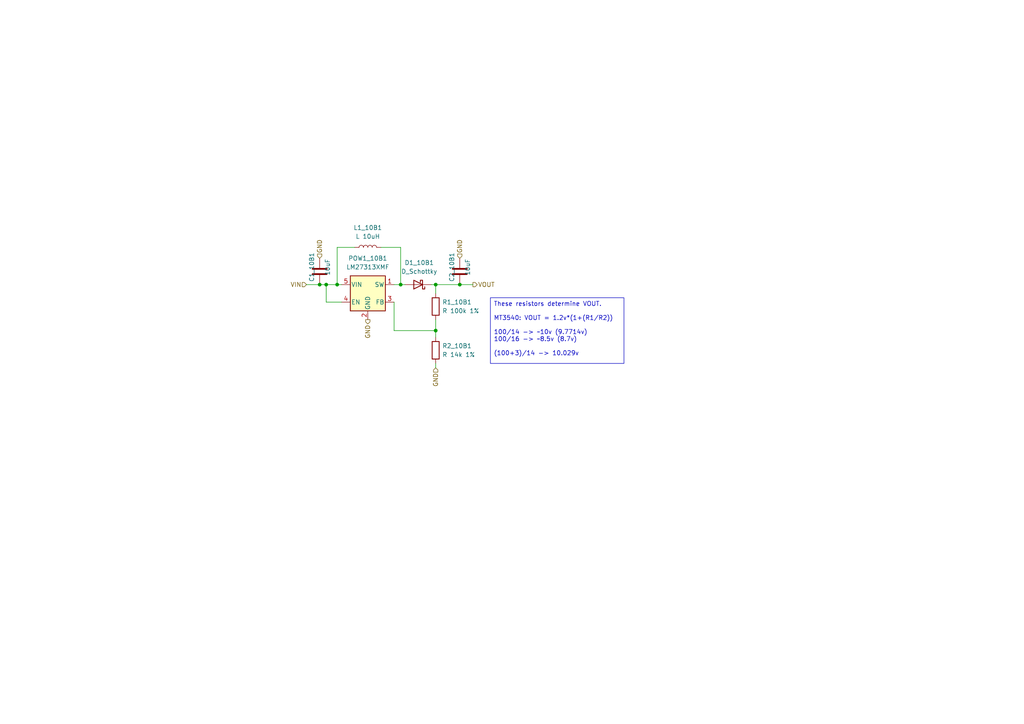
<source format=kicad_sch>
(kicad_sch (version 20231120) (generator "eeschema") (generator_version "8.0")
  (paper "A4")
  (lib_symbols
    (symbol "Device:C" (pin_numbers hide) (pin_names (offset 0.254))
      (property "Reference" "C" (at 0.635 2.54 0))
      (property "Value" "C" (at 0.635 -2.54 0))
      (symbol "C_0_1"
        (polyline (pts (xy -2.032 -0.762) (xy 2.032 -0.762)) (stroke (width 0.508)))
        (polyline (pts (xy -2.032 0.762) (xy 2.032 0.762)) (stroke (width 0.508)))
      )
      (symbol "C_1_1"
        (pin passive line (at 0 3.81 270) (length 2.794) (name "~") (number "1"))
        (pin passive line (at 0 -3.81 90) (length 2.794) (name "~") (number "2"))
      )
    )
    (symbol "Device:D_Schottky" (pin_numbers hide) (pin_names (offset 1.016) hide)
      (property "Reference" "D" (at 0 2.54 0))
      (property "Value" "D_Schottky" (at 0 -2.54 0))
      (symbol "D_Schottky_0_1"
        (polyline (pts (xy 1.27 0) (xy -1.27 0)))
        (polyline (pts (xy 1.27 1.27) (xy 1.27 -1.27) (xy -1.27 0) (xy 1.27 1.27)) (stroke (width 0.254)))
        (polyline (pts (xy -1.905 0.635) (xy -1.905 1.27) (xy -1.27 1.27) (xy -1.27 -1.27) (xy -0.635 -1.27) (xy -0.635 -0.635)) (stroke (width 0.254)))
      )
      (symbol "D_Schottky_1_1"
        (pin passive line (at -3.81 0 0) (length 2.54) (name "K") (number "1"))
        (pin passive line (at 3.81 0 180) (length 2.54) (name "A") (number "2"))
      )
    )
    (symbol "Device:L" (pin_numbers hide) (pin_names (offset 1.016) hide)
      (property "Reference" "L" (at -1.27 0 90))
      (property "Value" "L" (at 1.905 0 90))
      (symbol "L_0_1"
        (arc (start 0 -2.54) (mid 0.6323 -1.905) (end 0 -1.27))
        (arc (start 0 -1.27) (mid 0.6323 -0.635) (end 0 0))
        (arc (start 0 0) (mid 0.6323 0.635) (end 0 1.27))
        (arc (start 0 1.27) (mid 0.6323 1.905) (end 0 2.54))
      )
      (symbol "L_1_1"
        (pin passive line (at 0 3.81 270) (length 1.27) (name "1") (number "1"))
        (pin passive line (at 0 -3.81 90) (length 1.27) (name "2") (number "2"))
      )
    )
    (symbol "Device:R" (pin_numbers hide) (pin_names (offset 0))
      (property "Reference" "R" (at 2.032 0 90))
      (property "Value" "R" (at 0 0 90))
      (symbol "R_0_1"
        (rectangle (start -1.016 -2.54) (end 1.016 2.54) (stroke (width 0.254)))
      )
      (symbol "R_1_1"
        (pin passive line (at 0 3.81 270) (length 1.27) (name "~") (number "1"))
        (pin passive line (at 0 -3.81 90) (length 1.27) (name "~") (number "2"))
      )
    )
    (symbol "Regulator_Switching:LM27313XMF" (pin_names (offset 0.254))
      (property "Reference" "U" (at -5.08 6.35 0))
      (property "Value" "LM27313XMF" (at 0 6.35 0))
      (symbol "LM27313XMF_0_1"
        (rectangle (start -5.08 5.08) (end 5.08 -5.08) (stroke (width 0.254)) (fill (type background)))
      )
      (symbol "LM27313XMF_1_1"
        (pin output line (at 7.62 2.54 180) (length 2.54) (name "SW") (number "1"))
        (pin power_in line (at 0 -7.62 90) (length 2.54) (name "GND") (number "2"))
        (pin input line (at 7.62 -2.54 180) (length 2.54) (name "FB") (number "3"))
        (pin input line (at -7.62 -2.54 0) (length 2.54) (name "EN") (number "4"))
        (pin input line (at -7.62 2.54 0) (length 2.54) (name "VIN") (number "5"))
      )
    )
  )
  (junction (at 94.615 82.55))
  (junction (at 133.35 82.55))
  (junction (at 126.365 82.55))
  (junction (at 97.79 82.55))
  (junction (at 126.365 95.885))
  (junction (at 116.205 82.55))
  (junction (at 92.71 82.55))
  (wire (pts (xy 126.365 82.55) (xy 126.365 85.09)))
  (wire (pts (xy 88.9 82.55) (xy 92.71 82.55)))
  (wire (pts (xy 126.365 82.55) (xy 133.35 82.55)))
  (wire (pts (xy 94.615 82.55) (xy 94.615 87.63)))
  (wire (pts (xy 116.205 82.55) (xy 117.475 82.55)))
  (wire (pts (xy 125.095 82.55) (xy 126.365 82.55)))
  (wire (pts (xy 94.615 87.63) (xy 99.06 87.63)))
  (wire (pts (xy 116.205 82.55) (xy 114.3 82.55)))
  (wire (pts (xy 114.3 95.885) (xy 114.3 87.63)))
  (wire (pts (xy 114.3 95.885) (xy 126.365 95.885)))
  (wire (pts (xy 126.365 105.41) (xy 126.365 106.68)))
  (wire (pts (xy 126.365 92.71) (xy 126.365 95.885)))
  (wire (pts (xy 97.79 82.55) (xy 99.06 82.55)))
  (wire (pts (xy 116.205 71.755) (xy 116.205 82.55)))
  (wire (pts (xy 133.35 82.55) (xy 137.16 82.55)))
  (wire (pts (xy 92.71 82.55) (xy 94.615 82.55)))
  (wire (pts (xy 97.79 82.55) (xy 97.79 71.755)))
  (wire (pts (xy 94.615 82.55) (xy 97.79 82.55)))
  (wire (pts (xy 126.365 95.885) (xy 126.365 97.79)))
  (wire (pts (xy 110.49 71.755) (xy 116.205 71.755)))
  (wire (pts (xy 97.79 71.755) (xy 102.87 71.755)))
  (text_box "These resistors determine VOUT.\n\nMT3540: VOUT = 1.2v*(1+(R1/R2))\n\n100/14 -> ~10v (9.7714v)\n100/16 -> ~8.5v (8.7v)\n\n(100+3)/14 -> 10.029v" (at 142.24 86.36 0) (size 38.735 19.05) (effects (font (size 1.27 1.27)) (justify left top)))
  (hierarchical_label "GND" (shape input) (at 126.365 106.68 270))
  (hierarchical_label "GND" (shape input) (at 133.35 74.93 90))
  (hierarchical_label "VOUT" (shape output) (at 137.16 82.55 0))
  (hierarchical_label "GND" (shape output) (at 106.68 92.71 270))
  (hierarchical_label "GND" (shape input) (at 92.71 74.93 90))
  (hierarchical_label "VIN" (shape input) (at 88.9 82.55 180))
  (symbol (lib_id "Device:C") (at 92.71 78.74 0) (unit 1)
    (property "Reference" "C1_10B1" (at 90.42 77.49 90))
    (property "Value" "10uF" (at 95.01 77.49 90))
    (property "Footprint" "Capacitor_SMD:C_0603_1608Metric" (effects (hide yes)))
    (property "Description" "35V 10uF X5R ±20% 0603  Multilayer Ceramic Capacitors MLCC - SMD/SMT ROHS" (effects (hide yes)))
    (property "MFR" "GRM188R6YA106MA73D" (effects (hide yes)))
    (property "LCSC" "C194427" (effects (hide yes)))
    (property "URL" "https://jlcpcb.com/partdetail/235742-GRM188R6YA106MA73D/C194427" (effects (hide yes)))
  )
  (symbol (lib_id "Device:D_Schottky") (at 121.285 82.55 180) (unit 1)
    (property "Reference" "D1_10B1" (at 121.6025 76.2 0))
    (property "Value" "D_Schottky" (at 121.6025 78.74 0))
    (property "Footprint" "Diode_SMD:D_0402_1005Metric" (effects (hide yes)))
    (property "Description" "40V Single 600mV@1A 1A 0402  Schottky Barrier Diodes (SBD) ROHS" (effects (hide yes)))
    (property "MFR" "RB161QS-40T18R" (effects (hide yes)))
    (property "LCSC" "C2837790" (effects (hide yes)))
    (property "URL" "https://jlcpcb.com/partdetail/ROHMSemicon-RB161QS40T18R/C2837790" (effects (hide yes)))
  )
  (symbol (lib_id "Device:L") (at 106.68 71.755 90) (unit 1)
    (property "Reference" "L1_10B1" (at 106.68 66.04 90))
    (property "Value" "L 10uH" (at 106.68 68.58 90))
    (property "Footprint" "Inductor_SMD:L_0805_2012Metric" (effects (hide yes)))
    (property "Description" "400mA 10uH ±20% 0805  Inductors (SMD) ROHS" (effects (hide yes)))
    (property "MFR" "CPY201212T-100M-NP" (effects (hide yes)))
    (property "LCSC" "C285963" (effects (hide yes)))
  )
  (symbol (lib_id "Device:R") (at 126.365 101.6 0) (unit 1)
    (property "Reference" "R2_10B1" (at 128.27 100.33 0) (effects (justify left)))
    (property "Value" "R 14k 1%" (at 128.27 102.87 0) (effects (justify left)))
    (property "Footprint" "Resistor_SMD:R_0402_1005Metric" (effects (hide yes)))
    (property "Description" "±1% 14kΩ 0402  Chip Resistor - Surface Mount ROHS" (effects (hide yes)))
    (property "MFR" "SCR0402F14K" (effects (hide yes)))
    (property "LCSC" "C3015834" (effects (hide yes)))
    (property "URL" "https://jlcpcb.com/partdetail/VO-SCR0402F14K/C3015834" (effects (hide yes)))
  )
  (symbol (lib_id "Device:C") (at 133.35 78.74 0) (unit 1)
    (property "Reference" "C2_10B1" (at 131.06 77.49 90))
    (property "Value" "10uF" (at 135.65 77.49 90))
    (property "Footprint" "Capacitor_SMD:C_0603_1608Metric" (effects (hide yes)))
    (property "Description" "35V 10uF X5R ±20% 0603  Multilayer Ceramic Capacitors MLCC - SMD/SMT ROHS" (effects (hide yes)))
    (property "MFR" "GRM188R6YA106MA73D" (effects (hide yes)))
    (property "LCSC" "C194427" (effects (hide yes)))
    (property "URL" "https://jlcpcb.com/partdetail/235742-GRM188R6YA106MA73D/C194427" (effects (hide yes)))
  )
  (symbol (lib_id "Device:R") (at 126.365 88.9 0) (unit 1)
    (property "Reference" "R1_10B1" (at 128.27 87.63 0) (effects (justify left)))
    (property "Value" "R 100k 1%" (at 128.27 90.17 0) (effects (justify left)))
    (property "Footprint" "Resistor_SMD:R_0402_1005Metric" (effects (hide yes)))
    (property "Description" "62.5mW Thick Film Resistors ±100ppm/℃ ±1% 100kΩ 0402  Chip Resistor - Surface Mount ROHS" (effects (hide yes)))
    (property "MFR" "RC0402FR-07100KL" (effects (hide yes)))
    (property "LCSC" "C60491" (effects (hide yes)))
    (property "URL" "https://jlcpcb.com/partdetail/YAGEO-RC0402FR07100KL/C60491" (effects (hide yes)))
  )
  (symbol (lib_id "Regulator_Switching:LM27313XMF") (at 106.68 85.09 0) (unit 1)
    (property "Reference" "POW1_10B1" (at 106.68 74.93 0))
    (property "Value" "LM27313XMF" (at 106.68 77.47 0))
    (property "Footprint" "Package_TO_SOT_SMD:SOT-23-5" (effects (hide yes)))
    (property "Datasheet" "http://www.ti.com/lit/ds/symlink/lm27313.pdf" (effects (hide yes)))
    (property "Description" "boost converterType 28V 2.5V~5.5V 1.5A SOT-23-5  DC-DC Converters ROHS" (effects (hide yes)))
    (property "MFR" "MT3540" (effects (hide yes)))
    (property "LCSC" "C181744" (effects (hide yes)))
  )
)
</source>
